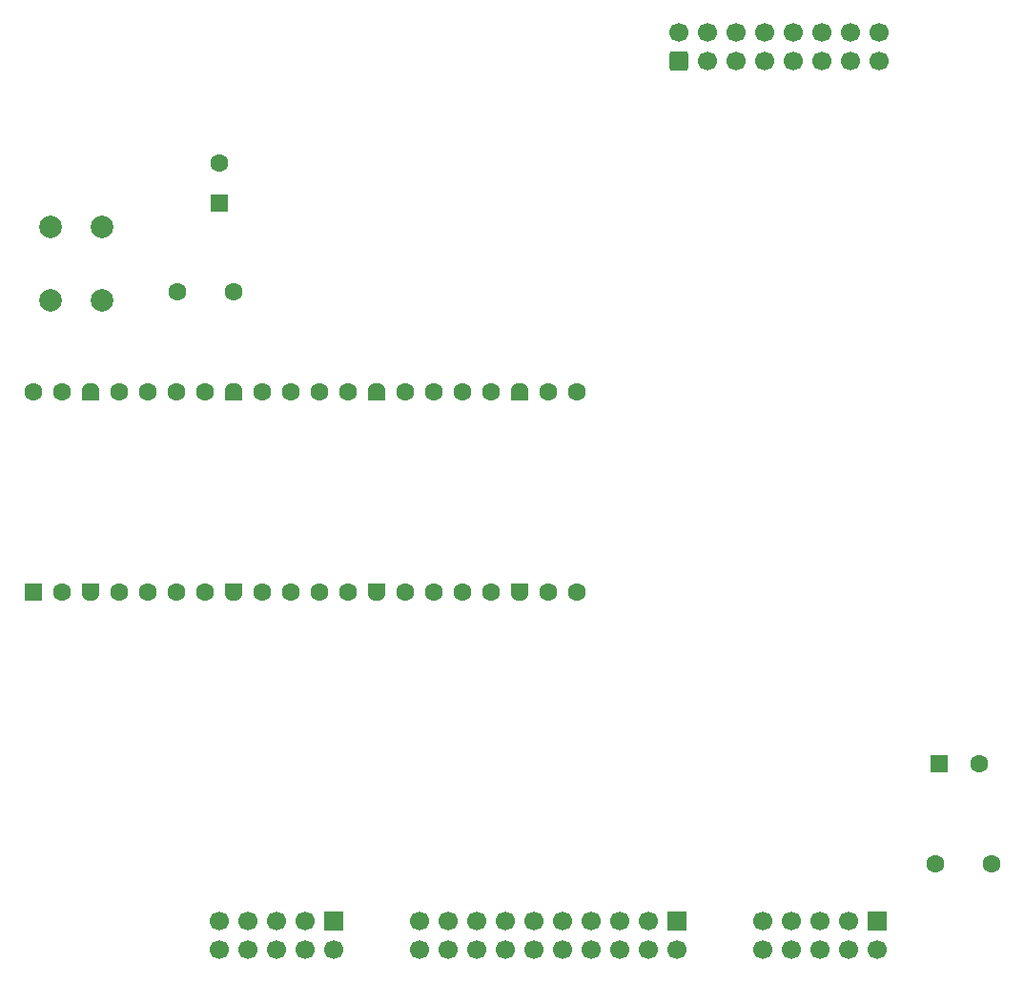
<source format=gbr>
%TF.GenerationSoftware,KiCad,Pcbnew,9.0.7*%
%TF.CreationDate,2026-02-03T14:20:57+01:00*%
%TF.ProjectId,lokho2-rpico-purple,6c6f6b68-6f32-42d7-9270-69636f2d7075,rev?*%
%TF.SameCoordinates,Original*%
%TF.FileFunction,Soldermask,Bot*%
%TF.FilePolarity,Negative*%
%FSLAX46Y46*%
G04 Gerber Fmt 4.6, Leading zero omitted, Abs format (unit mm)*
G04 Created by KiCad (PCBNEW 9.0.7) date 2026-02-03 14:20:57*
%MOMM*%
%LPD*%
G01*
G04 APERTURE LIST*
G04 Aperture macros list*
%AMRoundRect*
0 Rectangle with rounded corners*
0 $1 Rounding radius*
0 $2 $3 $4 $5 $6 $7 $8 $9 X,Y pos of 4 corners*
0 Add a 4 corners polygon primitive as box body*
4,1,4,$2,$3,$4,$5,$6,$7,$8,$9,$2,$3,0*
0 Add four circle primitives for the rounded corners*
1,1,$1+$1,$2,$3*
1,1,$1+$1,$4,$5*
1,1,$1+$1,$6,$7*
1,1,$1+$1,$8,$9*
0 Add four rect primitives between the rounded corners*
20,1,$1+$1,$2,$3,$4,$5,0*
20,1,$1+$1,$4,$5,$6,$7,0*
20,1,$1+$1,$6,$7,$8,$9,0*
20,1,$1+$1,$8,$9,$2,$3,0*%
%AMFreePoly0*
4,1,37,0.603843,0.796157,0.639018,0.796157,0.711114,0.766294,0.766294,0.711114,0.796157,0.639018,0.796157,0.603843,0.800000,0.600000,0.800000,-0.600000,0.796157,-0.603843,0.796157,-0.639018,0.766294,-0.711114,0.711114,-0.766294,0.639018,-0.796157,0.603843,-0.796157,0.600000,-0.800000,0.000000,-0.800000,0.000000,-0.796148,-0.078414,-0.796148,-0.232228,-0.765552,-0.377117,-0.705537,
-0.507515,-0.618408,-0.618408,-0.507515,-0.705537,-0.377117,-0.765552,-0.232228,-0.796148,-0.078414,-0.796148,0.078414,-0.765552,0.232228,-0.705537,0.377117,-0.618408,0.507515,-0.507515,0.618408,-0.377117,0.705537,-0.232228,0.765552,-0.078414,0.796148,0.000000,0.796148,0.000000,0.800000,0.600000,0.800000,0.603843,0.796157,0.603843,0.796157,$1*%
%AMFreePoly1*
4,1,37,0.000000,0.796148,0.078414,0.796148,0.232228,0.765552,0.377117,0.705537,0.507515,0.618408,0.618408,0.507515,0.705537,0.377117,0.765552,0.232228,0.796148,0.078414,0.796148,-0.078414,0.765552,-0.232228,0.705537,-0.377117,0.618408,-0.507515,0.507515,-0.618408,0.377117,-0.705537,0.232228,-0.765552,0.078414,-0.796148,0.000000,-0.796148,0.000000,-0.800000,-0.600000,-0.800000,
-0.603843,-0.796157,-0.639018,-0.796157,-0.711114,-0.766294,-0.766294,-0.711114,-0.796157,-0.639018,-0.796157,-0.603843,-0.800000,-0.600000,-0.800000,0.600000,-0.796157,0.603843,-0.796157,0.639018,-0.766294,0.711114,-0.711114,0.766294,-0.639018,0.796157,-0.603843,0.796157,-0.600000,0.800000,0.000000,0.800000,0.000000,0.796148,0.000000,0.796148,$1*%
G04 Aperture macros list end*
%ADD10RoundRect,0.200000X0.600000X-0.600000X0.600000X0.600000X-0.600000X0.600000X-0.600000X-0.600000X0*%
%ADD11C,1.600000*%
%ADD12FreePoly0,90.000000*%
%ADD13FreePoly1,90.000000*%
%ADD14R,1.700000X1.700000*%
%ADD15C,1.700000*%
%ADD16RoundRect,0.250000X0.550000X-0.550000X0.550000X0.550000X-0.550000X0.550000X-0.550000X-0.550000X0*%
%ADD17RoundRect,0.250000X0.600000X-0.600000X0.600000X0.600000X-0.600000X0.600000X-0.600000X-0.600000X0*%
%ADD18RoundRect,0.250000X-0.550000X-0.550000X0.550000X-0.550000X0.550000X0.550000X-0.550000X0.550000X0*%
%ADD19C,2.000000*%
G04 APERTURE END LIST*
D10*
%TO.C,A1*%
X103810000Y-105880000D03*
D11*
X106350000Y-105880000D03*
D12*
X108890000Y-105880000D03*
D11*
X111430000Y-105880000D03*
X113970000Y-105880000D03*
X116510000Y-105880000D03*
X119050000Y-105880000D03*
D12*
X121590000Y-105880000D03*
D11*
X124130000Y-105880000D03*
X126670000Y-105880000D03*
X129210000Y-105880000D03*
X131750000Y-105880000D03*
D12*
X134290000Y-105880000D03*
D11*
X136830000Y-105880000D03*
X139370000Y-105880000D03*
X141910000Y-105880000D03*
X144450000Y-105880000D03*
D12*
X146990000Y-105880000D03*
D11*
X149530000Y-105880000D03*
X152070000Y-105880000D03*
X152070000Y-88100000D03*
X149530000Y-88100000D03*
D13*
X146990000Y-88100000D03*
D11*
X144450000Y-88100000D03*
X141910000Y-88100000D03*
X139370000Y-88100000D03*
X136830000Y-88100000D03*
D13*
X134290000Y-88100000D03*
D11*
X131750000Y-88100000D03*
X129210000Y-88100000D03*
X126670000Y-88100000D03*
X124130000Y-88100000D03*
D13*
X121590000Y-88100000D03*
D11*
X119050000Y-88100000D03*
X116510000Y-88100000D03*
X113970000Y-88100000D03*
X111430000Y-88100000D03*
D13*
X108890000Y-88100000D03*
D11*
X106350000Y-88100000D03*
X103810000Y-88100000D03*
%TD*%
D14*
%TO.C,J2*%
X160960000Y-135090000D03*
D15*
X160960000Y-137630000D03*
X158420000Y-135090000D03*
X158420000Y-137630000D03*
X155880000Y-135090000D03*
X155880000Y-137630000D03*
X153340000Y-135090000D03*
X153340000Y-137630000D03*
X150800000Y-135090000D03*
X150800000Y-137630000D03*
X148260000Y-135090000D03*
X148260000Y-137630000D03*
X145720000Y-135090000D03*
X145720000Y-137630000D03*
X143180000Y-135090000D03*
X143180000Y-137630000D03*
X140640000Y-135090000D03*
X140640000Y-137630000D03*
X138100000Y-135090000D03*
X138100000Y-137630000D03*
%TD*%
D11*
%TO.C,C2*%
X116550000Y-79210000D03*
X121550000Y-79210000D03*
%TD*%
D14*
%TO.C,J1*%
X130480000Y-135090000D03*
D15*
X130480000Y-137630000D03*
X127940000Y-135090000D03*
X127940000Y-137630000D03*
X125400000Y-135090000D03*
X125400000Y-137630000D03*
X122860000Y-135090000D03*
X122860000Y-137630000D03*
X120320000Y-135090000D03*
X120320000Y-137630000D03*
%TD*%
D16*
%TO.C,C1*%
X120320000Y-71280000D03*
D11*
X120320000Y-67780000D03*
%TD*%
D14*
%TO.C,J3*%
X178740000Y-135090000D03*
D15*
X178740000Y-137630000D03*
X176200000Y-135090000D03*
X176200000Y-137630000D03*
X173660000Y-135090000D03*
X173660000Y-137630000D03*
X171120000Y-135090000D03*
X171120000Y-137630000D03*
X168580000Y-135090000D03*
X168580000Y-137630000D03*
%TD*%
D17*
%TO.C,SPI1*%
X161110000Y-58697500D03*
D15*
X161110000Y-56157500D03*
X163650000Y-58697500D03*
X163650000Y-56157500D03*
X166190000Y-58697500D03*
X166190000Y-56157500D03*
X168730000Y-58697500D03*
X168730000Y-56157500D03*
X171270000Y-58697500D03*
X171270000Y-56157500D03*
X173810000Y-58697500D03*
X173810000Y-56157500D03*
X176350000Y-58697500D03*
X176350000Y-56157500D03*
X178890000Y-58697500D03*
X178890000Y-56157500D03*
%TD*%
D11*
%TO.C,C4*%
X188860000Y-130010000D03*
X183860000Y-130010000D03*
%TD*%
D18*
%TO.C,C3*%
X184274698Y-121120000D03*
D11*
X187774698Y-121120000D03*
%TD*%
D19*
%TO.C,SW1*%
X105370000Y-79920000D03*
X105370000Y-73420000D03*
X109870000Y-79920000D03*
X109870000Y-73420000D03*
%TD*%
M02*

</source>
